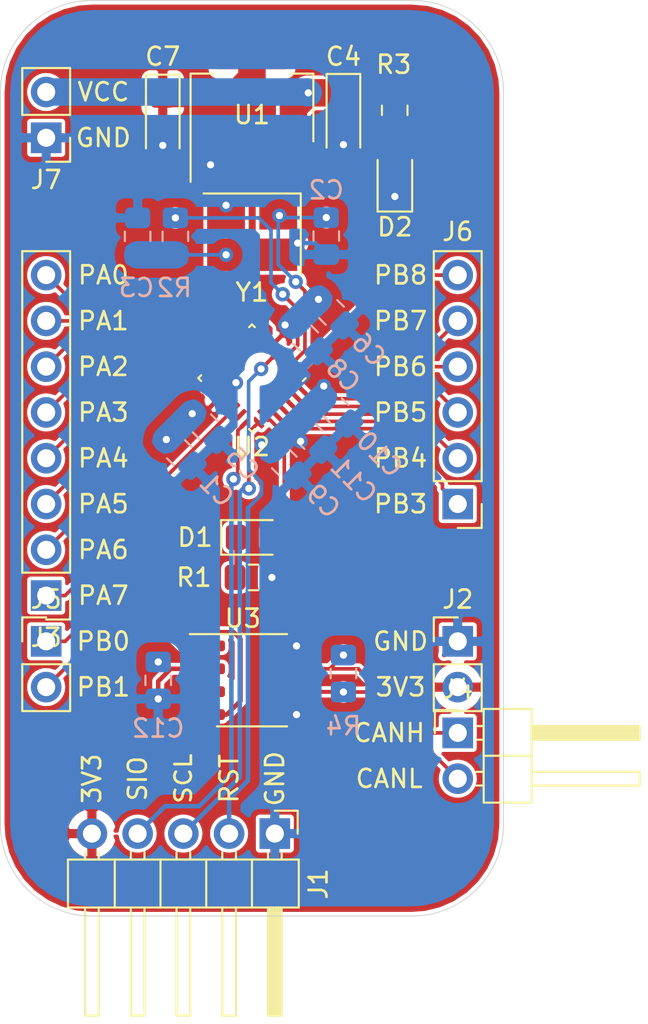
<source format=kicad_pcb>
(kicad_pcb (version 20171130) (host pcbnew "(5.1.4)-1")
  (layers (0 F.Cu signal) (31 B.Cu signal) (34 B.Paste user hide) (35 F.Paste user hide) (36 B.SilkS user) (37 F.SilkS user) (38 B.Mask user) (39 F.Mask user) (44 Edge.Cuts user))
  (net 0 "")
  (net 1 GND)
  (net 2 +3V3)
  (net 3 "Net-(C3-Pad1)")
  (net 4 VCC)
  (net 5 /STATUS_LED)
  (net 6 "Net-(D1-Pad1)")
  (net 7 "Net-(D2-Pad2)")
  (net 8 /NRST)
  (net 9 /SWDIO)
  (net 10 /SWCLK)
  (net 11 /OSC_P)
  (net 12 /OSC_N)
  (net 13 /CAN_TX)
  (net 14 /CAN_RX)
  (net 15 /PA0)
  (net 16 /PA1)
  (net 17 /PA2)
  (net 18 /PA3)
  (net 19 /PA4)
  (net 20 /PA5)
  (net 21 /PA6)
  (net 22 /PA7)
  (net 23 /PB1)
  (net 24 /PB0)
  (net 25 /PB8)
  (net 26 /PB7)
  (net 27 /PB6)
  (net 28 /PB5)
  (net 29 /PB4)
  (net 30 /PB3)
  (net 31 /CAN_N)
  (net 32 /CAN_P)
  (module Connector_PinHeader_2.54mm:PinHeader_1x02_P2.54mm_Vertical (layer F.Cu) (at 127 111.76 180)
    (fp_text reference J7 (at 0 -2.33) (layer F.SilkS))
    (fp_text value Conn_01x02_Male)
    (pad 2 thru_hole oval (at 0 2.54 180) (size 1.7 1.7) (drill 1) (layers *.Cu *.Mask) (net 4 VCC))
    (pad 1 thru_hole rect (at 0 0 180) (size 1.7 1.7) (drill 1) (layers *.Cu *.Mask) (net 1 GND))
  )
  (module Connector_PinHeader_2.54mm:PinHeader_1x02_P2.54mm_Vertical (layer F.Cu) (at 149.86 139.7)
    (fp_text reference J2 (at 0 -2.33) (layer F.SilkS))
    (fp_text value Conn_01x02_Male)
    (pad 2 thru_hole oval (at 0 2.54) (size 1.7 1.7) (drill 1) (layers *.Cu *.Mask) (net 2 +3V3))
    (pad 1 thru_hole rect (at 0 0) (size 1.7 1.7) (drill 1) (layers *.Cu *.Mask) (net 1 GND))
  )
  (module Connector_PinHeader_2.54mm:PinHeader_1x02_P2.54mm_Horizontal (layer F.Cu) (at 149.86 144.78)
    (fp_text reference J4 (at 0 -2.413) (layer F.SilkS))
    (fp_text value Conn_01x02_Male)
    (pad 2 thru_hole oval (at 0 2.54) (size 1.7 1.7) (drill 1) (layers *.Cu *.Mask) (net 31 /CAN_N))
    (pad 1 thru_hole rect (at 0 0) (size 1.7 1.7) (drill 1) (layers *.Cu *.Mask) (net 32 /CAN_P))
  )
  (module Connector_PinHeader_2.54mm:PinHeader_1x05_P2.54mm_Horizontal (layer F.Cu) (at 139.7 150.368 270)
    (fp_text reference J1 (at 2.794 -2.413 90) (layer F.SilkS))
    (fp_text value Conn_01x05_Male)
    (pad 5 thru_hole oval (at 0 10.16 270) (size 1.7 1.7) (drill 1) (layers *.Cu *.Mask) (net 2 +3V3))
    (pad 4 thru_hole oval (at 0 7.62 270) (size 1.7 1.7) (drill 1) (layers *.Cu *.Mask) (net 9 /SWDIO))
    (pad 3 thru_hole oval (at 0 5.08 270) (size 1.7 1.7) (drill 1) (layers *.Cu *.Mask) (net 10 /SWCLK))
    (pad 2 thru_hole oval (at 0 2.54 270) (size 1.7 1.7) (drill 1) (layers *.Cu *.Mask) (net 8 /NRST))
    (pad 1 thru_hole rect (at 0 0 270) (size 1.7 1.7) (drill 1) (layers *.Cu *.Mask) (net 1 GND))
  )
  (module Connector_PinHeader_2.54mm:PinHeader_1x06_P2.54mm_Vertical (layer F.Cu) (at 149.86 132.08 180)
    (fp_text reference J6 (at 0 15.113) (layer F.SilkS))
    (fp_text value Conn_01x06_Male)
    (pad 6 thru_hole oval (at 0 12.7 180) (size 1.7 1.7) (drill 1) (layers *.Cu *.Mask) (net 25 /PB8))
    (pad 5 thru_hole oval (at 0 10.16 180) (size 1.7 1.7) (drill 1) (layers *.Cu *.Mask) (net 26 /PB7))
    (pad 4 thru_hole oval (at 0 7.62 180) (size 1.7 1.7) (drill 1) (layers *.Cu *.Mask) (net 27 /PB6))
    (pad 3 thru_hole oval (at 0 5.08 180) (size 1.7 1.7) (drill 1) (layers *.Cu *.Mask) (net 28 /PB5))
    (pad 2 thru_hole oval (at 0 2.54 180) (size 1.7 1.7) (drill 1) (layers *.Cu *.Mask) (net 29 /PB4))
    (pad 1 thru_hole rect (at 0 0 180) (size 1.7 1.7) (drill 1) (layers *.Cu *.Mask) (net 30 /PB3))
  )
  (module Connector_PinHeader_2.54mm:PinHeader_1x02_P2.54mm_Vertical (layer F.Cu) (at 127 139.7)
    (fp_text reference J5 (at 0 -2.33) (layer F.SilkS))
    (fp_text value Conn_01x02_Male)
    (pad 2 thru_hole oval (at 0 2.54) (size 1.7 1.7) (drill 1) (layers *.Cu *.Mask) (net 23 /PB1))
    (pad 1 thru_hole rect (at 0 0) (size 1.7 1.7) (drill 1) (layers *.Cu *.Mask) (net 24 /PB0))
  )
  (module Connector_PinHeader_2.54mm:PinHeader_1x08_P2.54mm_Vertical (layer F.Cu) (at 127 137.16 180)
    (fp_text reference J3 (at 0 -2.33) (layer F.SilkS))
    (fp_text value Conn_01x08_Male)
    (pad 8 thru_hole oval (at 0 17.78 180) (size 1.7 1.7) (drill 1) (layers *.Cu *.Mask) (net 15 /PA0))
    (pad 7 thru_hole oval (at 0 15.24 180) (size 1.7 1.7) (drill 1) (layers *.Cu *.Mask) (net 16 /PA1))
    (pad 6 thru_hole oval (at 0 12.7 180) (size 1.7 1.7) (drill 1) (layers *.Cu *.Mask) (net 17 /PA2))
    (pad 5 thru_hole oval (at 0 10.16 180) (size 1.7 1.7) (drill 1) (layers *.Cu *.Mask) (net 18 /PA3))
    (pad 4 thru_hole oval (at 0 7.62 180) (size 1.7 1.7) (drill 1) (layers *.Cu *.Mask) (net 19 /PA4))
    (pad 3 thru_hole oval (at 0 5.08 180) (size 1.7 1.7) (drill 1) (layers *.Cu *.Mask) (net 20 /PA5))
    (pad 2 thru_hole oval (at 0 2.54 180) (size 1.7 1.7) (drill 1) (layers *.Cu *.Mask) (net 21 /PA6))
    (pad 1 thru_hole rect (at 0 0 180) (size 1.7 1.7) (drill 1) (layers *.Cu *.Mask) (net 22 /PA7))
  )
  (module Capacitor_SMD:C_0805_2012Metric_Pad1.15x1.40mm_HandSolder (layer B.Cu) (at 133.223 141.868 270)
    (fp_text reference C12 (at 2.658 0) (layer B.SilkS) (effects (justify mirror)))
    (fp_text value 1uF)
    (pad 2 smd roundrect (at 1.025 0 270) (size 1.15 1.4) (layers B.Cu B.Paste B.Mask) (roundrect_rratio 0.217391) (net 1 GND))
    (pad 1 smd roundrect (at -1.025 0 270) (size 1.15 1.4) (layers B.Cu B.Paste B.Mask) (roundrect_rratio 0.217391) (net 2 +3V3))
  )
  (module Resistor_SMD:R_0805_2012Metric_Pad1.15x1.40mm_HandSolder (layer B.Cu) (at 143.51 141.487 90)
    (fp_text reference R4 (at -2.912 0 180) (layer B.SilkS) (effects (justify mirror)))
    (fp_text value 120R)
    (pad 2 smd roundrect (at 1.025 0 90) (size 1.15 1.4) (layers B.Cu B.Paste B.Mask) (roundrect_rratio 0.217391) (net 32 /CAN_P))
    (pad 1 smd roundrect (at -1.025 0 90) (size 1.15 1.4) (layers B.Cu B.Paste B.Mask) (roundrect_rratio 0.217391) (net 31 /CAN_N))
  )
  (module Package_SO:SOIC-8_3.9x4.9mm_P1.27mm (layer F.Cu) (at 138.43 141.859)
    (fp_text reference U3 (at -0.508 -3.429 180) (layer F.SilkS))
    (fp_text value SN65HVD233)
    (pad 1 smd roundrect (at -2.475 -1.905) (size 1.95 0.6) (layers F.Cu F.Paste F.Mask) (net 13 /CAN_TX))
    (pad 2 smd roundrect (at -2.475 -0.635) (size 1.95 0.6) (layers F.Cu F.Paste F.Mask) (net 1 GND))
    (pad 3 smd roundrect (at -2.475 0.635) (size 1.95 0.6) (layers F.Cu F.Paste F.Mask) (net 2 +3V3))
    (pad 4 smd roundrect (at -2.475 1.905) (size 1.95 0.6) (layers F.Cu F.Paste F.Mask) (net 14 /CAN_RX))
    (pad 5 smd roundrect (at 2.475 1.905) (size 1.95 0.6) (layers F.Cu F.Paste F.Mask) (net 1 GND))
    (pad 6 smd roundrect (at 2.475 0.635) (size 1.95 0.6) (layers F.Cu F.Paste F.Mask) (net 31 /CAN_N))
    (pad 7 smd roundrect (at 2.475 -0.635) (size 1.95 0.6) (layers F.Cu F.Paste F.Mask) (net 32 /CAN_P))
    (pad 8 smd roundrect (at 2.475 -1.905) (size 1.95 0.6) (layers F.Cu F.Paste F.Mask) (net 1 GND))
  )
  (module Crystal:Crystal_SMD_3225-4Pin_3.2x2.5mm_HandSoldering (layer F.Cu) (at 138.4405 117.101 180)
    (fp_text reference Y1 (at 0.0105 -3.2315) (layer F.SilkS))
    (fp_text value Crystal_GND24)
    (pad 4 smd rect (at -1.45 -1.15 180) (size 2.1 1.8) (layers F.Cu F.Paste F.Mask) (net 1 GND))
    (pad 3 smd rect (at 1.45 -1.15 180) (size 2.1 1.8) (layers F.Cu F.Paste F.Mask) (net 3 "Net-(C3-Pad1)"))
    (pad 2 smd rect (at 1.45 1.15 180) (size 2.1 1.8) (layers F.Cu F.Paste F.Mask) (net 1 GND))
    (pad 1 smd rect (at -1.45 1.15 180) (size 2.1 1.8) (layers F.Cu F.Paste F.Mask) (net 11 /OSC_P))
  )
  (module Package_TO_SOT_SMD:SOT-223 (layer F.Cu) (at 138.43 110.109 90)
    (fp_text reference U1 (at -0.381 0 180) (layer F.SilkS))
    (fp_text value NCP1117ST33T3G)
    (pad 1 smd rect (at -3.15 -2.3 90) (size 2 1.5) (layers F.Cu F.Paste F.Mask) (net 1 GND))
    (pad 3 smd rect (at -3.15 2.3 90) (size 2 1.5) (layers F.Cu F.Paste F.Mask) (net 4 VCC))
    (pad 2 smd rect (at -3.15 0 90) (size 2 1.5) (layers F.Cu F.Paste F.Mask) (net 2 +3V3))
    (pad 4 smd rect (at 3.15 0 90) (size 2 3.8) (layers F.Cu F.Paste F.Mask) (net 2 +3V3))
  )
  (module Package_DFN_QFN:QFN-28_4x4mm_P0.5mm (layer F.Cu) (at 138.43 125.095 225)
    (fp_text reference U2 (at 2.694077 -2.694077) (layer F.SilkS))
    (fp_text value STM32F042G6Ux)
    (pad 28 smd custom (at -1.5 -1.9975 225) (size 0.136863 0.136863) (layers F.Cu F.Paste F.Mask) (net 26 /PB7) (options (clearance outline) (anchor circle)) (primitives (gr_poly (pts (xy -0.08 -0.3325) (xy 0.08 -0.3325) (xy 0.08 0.3325) (xy 0.05364 0.3325) (xy -0.08 0.19886)) (width 0.09))))
    (pad 27 smd roundrect (at -1 -1.9375 225) (size 0.25 0.875) (layers F.Cu F.Paste F.Mask) (net 27 /PB6))
    (pad 26 smd roundrect (at -0.5 -1.9375 225) (size 0.25 0.875) (layers F.Cu F.Paste F.Mask) (net 28 /PB5))
    (pad 25 smd roundrect (at 0 -1.9375 225) (size 0.25 0.875) (layers F.Cu F.Paste F.Mask) (net 29 /PB4))
    (pad 24 smd roundrect (at 0.5 -1.9375 225) (size 0.25 0.875) (layers F.Cu F.Paste F.Mask) (net 30 /PB3))
    (pad 23 smd roundrect (at 1 -1.9375 225) (size 0.25 0.875) (layers F.Cu F.Paste F.Mask) (net 5 /STATUS_LED))
    (pad 22 smd custom (at 1.5 -1.9975 225) (size 0.136863 0.136863) (layers F.Cu F.Paste F.Mask) (net 10 /SWCLK) (options (clearance outline) (anchor circle)) (primitives (gr_poly (pts (xy -0.08 -0.3325) (xy 0.08 -0.3325) (xy 0.08 0.19886) (xy -0.05364 0.3325) (xy -0.08 0.3325)) (width 0.09))))
    (pad 21 smd custom (at 1.9975 -1.5 225) (size 0.136863 0.136863) (layers F.Cu F.Paste F.Mask) (net 9 /SWDIO) (options (clearance outline) (anchor circle)) (primitives (gr_poly (pts (xy -0.3325 0.05364) (xy -0.19886 -0.08) (xy 0.3325 -0.08) (xy 0.3325 0.08) (xy -0.3325 0.08)) (width 0.09))))
    (pad 20 smd roundrect (at 1.9375 -1 225) (size 0.875 0.25) (layers F.Cu F.Paste F.Mask) (net 14 /CAN_RX))
    (pad 19 smd roundrect (at 1.9375 -0.5 225) (size 0.875 0.25) (layers F.Cu F.Paste F.Mask) (net 13 /CAN_TX))
    (pad 18 smd roundrect (at 1.9375 0 225) (size 0.875 0.25) (layers F.Cu F.Paste F.Mask) (net 2 +3V3))
    (pad 17 smd roundrect (at 1.9375 0.5 225) (size 0.875 0.25) (layers F.Cu F.Paste F.Mask) (net 2 +3V3))
    (pad 16 smd roundrect (at 1.9375 1 225) (size 0.875 0.25) (layers F.Cu F.Paste F.Mask) (net 1 GND))
    (pad 15 smd custom (at 1.9975 1.5 225) (size 0.136863 0.136863) (layers F.Cu F.Paste F.Mask) (net 23 /PB1) (options (clearance outline) (anchor circle)) (primitives (gr_poly (pts (xy -0.3325 -0.08) (xy 0.3325 -0.08) (xy 0.3325 0.08) (xy -0.19886 0.08) (xy -0.3325 -0.05364)) (width 0.09))))
    (pad 14 smd custom (at 1.5 1.9975 225) (size 0.136863 0.136863) (layers F.Cu F.Paste F.Mask) (net 24 /PB0) (options (clearance outline) (anchor circle)) (primitives (gr_poly (pts (xy -0.08 -0.3325) (xy -0.05364 -0.3325) (xy 0.08 -0.19886) (xy 0.08 0.3325) (xy -0.08 0.3325)) (width 0.09))))
    (pad 13 smd roundrect (at 1 1.9375 225) (size 0.25 0.875) (layers F.Cu F.Paste F.Mask) (net 22 /PA7))
    (pad 12 smd roundrect (at 0.5 1.9375 225) (size 0.25 0.875) (layers F.Cu F.Paste F.Mask) (net 21 /PA6))
    (pad 11 smd roundrect (at 0 1.9375 225) (size 0.25 0.875) (layers F.Cu F.Paste F.Mask) (net 20 /PA5))
    (pad 10 smd roundrect (at -0.5 1.9375 225) (size 0.25 0.875) (layers F.Cu F.Paste F.Mask) (net 19 /PA4))
    (pad 9 smd roundrect (at -1 1.9375 225) (size 0.25 0.875) (layers F.Cu F.Paste F.Mask) (net 18 /PA3))
    (pad 8 smd custom (at -1.5 1.9975 225) (size 0.136863 0.136863) (layers F.Cu F.Paste F.Mask) (net 17 /PA2) (options (clearance outline) (anchor circle)) (primitives (gr_poly (pts (xy -0.08 -0.19886) (xy 0.05364 -0.3325) (xy 0.08 -0.3325) (xy 0.08 0.3325) (xy -0.08 0.3325)) (width 0.09))))
    (pad 7 smd custom (at -1.9975 1.5 225) (size 0.136863 0.136863) (layers F.Cu F.Paste F.Mask) (net 16 /PA1) (options (clearance outline) (anchor circle)) (primitives (gr_poly (pts (xy -0.3325 -0.08) (xy 0.3325 -0.08) (xy 0.3325 -0.05364) (xy 0.19886 0.08) (xy -0.3325 0.08)) (width 0.09))))
    (pad 6 smd roundrect (at -1.9375 1 225) (size 0.875 0.25) (layers F.Cu F.Paste F.Mask) (net 15 /PA0))
    (pad 5 smd roundrect (at -1.9375 0.5 225) (size 0.875 0.25) (layers F.Cu F.Paste F.Mask) (net 2 +3V3))
    (pad 4 smd roundrect (at -1.9375 0 225) (size 0.875 0.25) (layers F.Cu F.Paste F.Mask) (net 8 /NRST))
    (pad 3 smd roundrect (at -1.9375 -0.5 225) (size 0.875 0.25) (layers F.Cu F.Paste F.Mask) (net 12 /OSC_N))
    (pad 2 smd roundrect (at -1.9375 -1 225) (size 0.875 0.25) (layers F.Cu F.Paste F.Mask) (net 11 /OSC_P))
    (pad 1 smd custom (at -1.9975 -1.5 225) (size 0.136863 0.136863) (layers F.Cu F.Paste F.Mask) (net 25 /PB8) (options (clearance outline) (anchor circle)) (primitives (gr_poly (pts (xy -0.3325 -0.08) (xy 0.19886 -0.08) (xy 0.3325 0.05364) (xy 0.3325 0.08) (xy -0.3325 0.08)) (width 0.09))))
  )
  (module Resistor_SMD:R_0805_2012Metric_Pad1.15x1.40mm_HandSolder (layer F.Cu) (at 146.358499 110.236 270)
    (fp_text reference R3 (at -2.54 0.054499 180) (layer F.SilkS))
    (fp_text value 270)
    (pad 2 smd roundrect (at 1.025 0 270) (size 1.15 1.4) (layers F.Cu F.Paste F.Mask) (roundrect_rratio 0.217391) (net 7 "Net-(D2-Pad2)"))
    (pad 1 smd roundrect (at -1.025 0 270) (size 1.15 1.4) (layers F.Cu F.Paste F.Mask) (roundrect_rratio 0.217391) (net 2 +3V3))
  )
  (module Resistor_SMD:R_0805_2012Metric_Pad1.15x1.40mm_HandSolder (layer B.Cu) (at 134.1755 117.23 270)
    (fp_text reference R2 (at 2.8485 0.0635) (layer B.SilkS) (effects (justify mirror)))
    (fp_text value 47R)
    (pad 2 smd roundrect (at 1.025 0 270) (size 1.15 1.4) (layers B.Cu B.Paste B.Mask) (roundrect_rratio 0.217391) (net 3 "Net-(C3-Pad1)"))
    (pad 1 smd roundrect (at -1.025 0 270) (size 1.15 1.4) (layers B.Cu B.Paste B.Mask) (roundrect_rratio 0.217391) (net 12 /OSC_N))
  )
  (module Resistor_SMD:R_0805_2012Metric_Pad1.15x1.40mm_HandSolder (layer F.Cu) (at 138.513395 136.154894 180)
    (fp_text reference R1 (at 3.304617 0) (layer F.SilkS))
    (fp_text value 47R)
    (pad 2 smd roundrect (at 1.025 0 180) (size 1.15 1.4) (layers F.Cu F.Paste F.Mask) (roundrect_rratio 0.217391) (net 6 "Net-(D1-Pad1)"))
    (pad 1 smd roundrect (at -1.025 0 180) (size 1.15 1.4) (layers F.Cu F.Paste F.Mask) (roundrect_rratio 0.217391) (net 1 GND))
  )
  (module LED_SMD:LED_0805_2012Metric_Pad1.15x1.40mm_HandSolder (layer F.Cu) (at 146.3675 113.9915 90)
    (fp_text reference D2 (at -2.7215 0) (layer F.SilkS))
    (fp_text value GREEN)
    (pad 2 smd roundrect (at 1.025 0 90) (size 1.15 1.4) (layers F.Cu F.Paste F.Mask) (roundrect_rratio 0.217391) (net 7 "Net-(D2-Pad2)"))
    (pad 1 smd roundrect (at -1.025 0 90) (size 1.15 1.4) (layers F.Cu F.Paste F.Mask) (roundrect_rratio 0.217391) (net 1 GND))
  )
  (module LED_SMD:LED_0805_2012Metric_Pad1.15x1.40mm_HandSolder (layer F.Cu) (at 138.576894 133.932395)
    (fp_text reference D1 (at -3.304617 0) (layer F.SilkS))
    (fp_text value GREEN)
    (pad 2 smd roundrect (at 1.025 0) (size 1.15 1.4) (layers F.Cu F.Paste F.Mask) (roundrect_rratio 0.217391) (net 5 /STATUS_LED))
    (pad 1 smd roundrect (at -1.025 0) (size 1.15 1.4) (layers F.Cu F.Paste F.Mask) (roundrect_rratio 0.217391) (net 6 "Net-(D1-Pad1)"))
  )
  (module Capacitor_SMD:C_0805_2012Metric_Pad1.15x1.40mm_HandSolder (layer B.Cu) (at 141.661362 128.336162 315)
    (fp_text reference C11 (at 3.42 0 315) (layer B.SilkS) (effects (justify mirror)))
    (fp_text value 4.7uF)
    (pad 2 smd roundrect (at 1.025 0 315) (size 1.15 1.4) (layers B.Cu B.Paste B.Mask) (roundrect_rratio 0.217391) (net 1 GND))
    (pad 1 smd roundrect (at -1.025 0 315) (size 1.15 1.4) (layers B.Cu B.Paste B.Mask) (roundrect_rratio 0.217391) (net 2 +3V3))
  )
  (module Capacitor_SMD:C_0805_2012Metric_Pad1.15x1.40mm_HandSolder (layer B.Cu) (at 143.098203 126.899321 315)
    (fp_text reference C10 (at 3.42 0 315) (layer B.SilkS) (effects (justify mirror)))
    (fp_text value 100nF)
    (pad 2 smd roundrect (at 1.025 0 315) (size 1.15 1.4) (layers B.Cu B.Paste B.Mask) (roundrect_rratio 0.217391) (net 1 GND))
    (pad 1 smd roundrect (at -1.025 0 315) (size 1.15 1.4) (layers B.Cu B.Paste B.Mask) (roundrect_rratio 0.217391) (net 2 +3V3))
  )
  (module Capacitor_SMD:C_0805_2012Metric_Pad1.15x1.40mm_HandSolder (layer B.Cu) (at 140.224521 129.773003 315)
    (fp_text reference C9 (at 3.039 0 315) (layer B.SilkS) (effects (justify mirror)))
    (fp_text value 100nF)
    (pad 2 smd roundrect (at 1.025 0 315) (size 1.15 1.4) (layers B.Cu B.Paste B.Mask) (roundrect_rratio 0.217391) (net 1 GND))
    (pad 1 smd roundrect (at -1.025 0 315) (size 1.15 1.4) (layers B.Cu B.Paste B.Mask) (roundrect_rratio 0.217391) (net 2 +3V3))
  )
  (module Capacitor_SMD:C_0805_2012Metric_Pad1.15x1.40mm_HandSolder (layer B.Cu) (at 141.4145 122.8725 315)
    (fp_text reference C8 (at 2.93 0 315) (layer B.SilkS) (effects (justify mirror)))
    (fp_text value 1uF)
    (pad 2 smd roundrect (at 1.025 0 315) (size 1.15 1.4) (layers B.Cu B.Paste B.Mask) (roundrect_rratio 0.217391) (net 1 GND))
    (pad 1 smd roundrect (at -1.025 0 315) (size 1.15 1.4) (layers B.Cu B.Paste B.Mask) (roundrect_rratio 0.217391) (net 2 +3V3))
  )
  (module Capacitor_Tantalum_SMD:CP_EIA-3216-18_Kemet-A_Pad1.58x1.35mm_HandSolder (layer F.Cu) (at 133.477 110.744 270)
    (fp_text reference C7 (at -3.4925 0 180) (layer F.SilkS))
    (fp_text value 10uF)
    (pad 2 smd roundrect (at 1.4375 0 270) (size 1.575 1.35) (layers F.Cu F.Paste F.Mask) (roundrect_rratio 0.185185) (net 1 GND))
    (pad 1 smd roundrect (at -1.4375 0 270) (size 1.575 1.35) (layers F.Cu F.Paste F.Mask) (roundrect_rratio 0.185185) (net 2 +3V3))
  )
  (module Capacitor_SMD:C_0805_2012Metric_Pad1.15x1.40mm_HandSolder (layer B.Cu) (at 142.848716 121.449216 315)
    (fp_text reference C6 (at 2.93 0 315) (layer B.SilkS) (effects (justify mirror)))
    (fp_text value 10nF)
    (pad 2 smd roundrect (at 1.025 0 315) (size 1.15 1.4) (layers B.Cu B.Paste B.Mask) (roundrect_rratio 0.217391) (net 1 GND))
    (pad 1 smd roundrect (at -1.025 0 315) (size 1.15 1.4) (layers B.Cu B.Paste B.Mask) (roundrect_rratio 0.217391) (net 2 +3V3))
  )
  (module Capacitor_SMD:C_0805_2012Metric_Pad1.15x1.40mm_HandSolder (layer B.Cu) (at 135.836055 127.79257 315)
    (fp_text reference C5 (at 2.93 0 315) (layer B.SilkS) (effects (justify mirror)))
    (fp_text value 4.7uF)
    (pad 2 smd roundrect (at 1.025 0 315) (size 1.15 1.4) (layers B.Cu B.Paste B.Mask) (roundrect_rratio 0.217391) (net 1 GND))
    (pad 1 smd roundrect (at -1.025 0 315) (size 1.15 1.4) (layers B.Cu B.Paste B.Mask) (roundrect_rratio 0.217391) (net 2 +3V3))
  )
  (module Capacitor_Tantalum_SMD:CP_EIA-3216-18_Kemet-A_Pad1.58x1.35mm_HandSolder (layer F.Cu) (at 143.51 110.7035 270)
    (fp_text reference C4 (at -3.452 0 180) (layer F.SilkS))
    (fp_text value 10uF)
    (pad 2 smd roundrect (at 1.4375 0 270) (size 1.575 1.35) (layers F.Cu F.Paste F.Mask) (roundrect_rratio 0.185185) (net 1 GND))
    (pad 1 smd roundrect (at -1.4375 0 270) (size 1.575 1.35) (layers F.Cu F.Paste F.Mask) (roundrect_rratio 0.185185) (net 4 VCC))
  )
  (module Capacitor_SMD:C_0805_2012Metric_Pad1.15x1.40mm_HandSolder (layer B.Cu) (at 132.08 117.23 90)
    (fp_text reference C3 (at -2.8485 -0.0635 180) (layer B.SilkS) (effects (justify mirror)))
    (fp_text value 12pF)
    (pad 2 smd roundrect (at 1.025 0 90) (size 1.15 1.4) (layers B.Cu B.Paste B.Mask) (roundrect_rratio 0.217391) (net 1 GND))
    (pad 1 smd roundrect (at -1.025 0 90) (size 1.15 1.4) (layers B.Cu B.Paste B.Mask) (roundrect_rratio 0.217391) (net 3 "Net-(C3-Pad1)"))
  )
  (module Capacitor_SMD:C_0805_2012Metric_Pad1.15x1.40mm_HandSolder (layer B.Cu) (at 142.5575 117.212 270)
    (fp_text reference C2 (at -2.549 0 180) (layer B.SilkS) (effects (justify mirror)))
    (fp_text value 12pF)
    (pad 2 smd roundrect (at 1.025 0 270) (size 1.15 1.4) (layers B.Cu B.Paste B.Mask) (roundrect_rratio 0.217391) (net 1 GND))
    (pad 1 smd roundrect (at -1.025 0 270) (size 1.15 1.4) (layers B.Cu B.Paste B.Mask) (roundrect_rratio 0.217391) (net 11 /OSC_P))
  )
  (module Capacitor_SMD:C_0805_2012Metric_Pad1.15x1.40mm_HandSolder (layer B.Cu) (at 134.399214 129.229411 315)
    (fp_text reference C1 (at 2.93 0 315) (layer B.SilkS) (effects (justify mirror)))
    (fp_text value 100nF)
    (pad 2 smd roundrect (at 1.025 0 315) (size 1.15 1.4) (layers B.Cu B.Paste B.Mask) (roundrect_rratio 0.217391) (net 1 GND))
    (pad 1 smd roundrect (at -1.025 0 315) (size 1.15 1.4) (layers B.Cu B.Paste B.Mask) (roundrect_rratio 0.217391) (net 2 +3V3))
  )
  (gr_text GND (at 139.7 147.32 90) (layer F.SilkS) (effects (font (size 1 1))))
  (gr_text RST (at 137.16 147.32 90) (layer F.SilkS) (effects (font (size 1 1))))
  (gr_text SCL (at 134.62 147.32 90) (layer F.SilkS) (effects (font (size 0.9144 1) (thickness 0.1524))))
  (gr_text SIO (at 132.08 147.32 90) (layer F.SilkS) (effects (font (size 1 1))))
  (gr_text 3V3 (at 129.54 147.32 90) (layer F.SilkS) (effects (font (size 1 1))))
  (gr_text GND (at 130.175 111.76) (layer F.SilkS) (effects (font (size 1 1))))
  (gr_text VCC (at 130.175 109.22) (layer F.SilkS) (effects (font (size 1 1))))
  (gr_text CANL (at 146.05 147.32) (layer F.SilkS) (effects (font (size 1 1))))
  (gr_text CANH (at 146.05 144.78) (layer F.SilkS) (effects (font (size 1 1))))
  (gr_text 3V3 (at 146.685 142.24) (layer F.SilkS) (effects (font (size 1 1))))
  (gr_text GND (at 146.685 139.7) (layer F.SilkS) (effects (font (size 1 1))))
  (gr_text PB3 (at 146.685 132.08) (layer F.SilkS) (effects (font (size 1 1))))
  (gr_text PB4 (at 146.685 129.54) (layer F.SilkS) (effects (font (size 1 1))))
  (gr_text PB5 (at 146.685 127) (layer F.SilkS) (effects (font (size 1 1))))
  (gr_text PB6 (at 146.685 124.46) (layer F.SilkS) (effects (font (size 1 1))))
  (gr_text PB7 (at 146.685 121.92) (layer F.SilkS) (effects (font (size 1 1))))
  (gr_text PB8 (at 146.685 119.38) (layer F.SilkS) (effects (font (size 1 1))))
  (gr_text PA0 (at 130.175 119.38) (layer F.SilkS) (effects (font (size 1 1))))
  (gr_text PA1 (at 130.175 121.92) (layer F.SilkS) (effects (font (size 1 1))))
  (gr_text PA2 (at 130.175 124.46) (layer F.SilkS) (effects (font (size 1 1))))
  (gr_text PA3 (at 130.175 127) (layer F.SilkS) (effects (font (size 1 1))))
  (gr_text PA4 (at 130.175 129.54) (layer F.SilkS) (effects (font (size 1 1))))
  (gr_text PA5 (at 130.175 132.08) (layer F.SilkS) (effects (font (size 1 1))))
  (gr_text PA6 (at 130.175 134.62) (layer F.SilkS) (effects (font (size 1 1))))
  (gr_text PA7 (at 130.175 137.16) (layer F.SilkS) (effects (font (size 1 1))))
  (gr_text PB1 (at 130.175 142.24) (layer F.SilkS) (effects (font (size 1 1))))
  (gr_text PB0 (at 130.175 139.7) (layer F.SilkS) (effects (font (size 1 1))))
  (gr_line (start 129.54 104.14) (end 147.32 104.14) (layer Edge.Cuts) (width 0.05))
  (gr_line (start 124.46 149.86) (end 124.46 109.22) (layer Edge.Cuts) (width 0.05))
  (gr_line (start 147.32 154.94) (end 129.54 154.94) (layer Edge.Cuts) (width 0.05))
  (gr_line (start 152.4 109.22) (end 152.4 149.86) (layer Edge.Cuts) (width 0.05))
  (gr_arc (start 147.32 149.86) (end 147.32 154.94) (angle -90) (layer Edge.Cuts) (width 0.05))
  (gr_arc (start 129.54 149.86) (end 124.46 149.86) (angle -90) (layer Edge.Cuts) (width 0.05))
  (gr_arc (start 147.32 109.22) (end 152.4 109.22) (angle -90) (layer Edge.Cuts) (width 0.05))
  (gr_arc (start 129.54 109.22) (end 129.54 104.14) (angle -90) (layer Edge.Cuts) (width 0.05))
  (segment (start 135.0525 112.1815) (end 136.13 113.259) (width 1.524) (layer F.Cu) (net 1))
  (segment (start 133.477 112.1815) (end 135.0525 112.1815) (width 1.524) (layer F.Cu) (net 1))
  (via (at 137.541 125.349) (size 0.8) (drill 0.4) (layers F.Cu B.Cu) (net 1))
  (segment (start 136.352874 125.757913) (end 136.761787 125.349) (width 0.2032) (layer F.Cu) (net 1))
  (segment (start 136.761787 125.349) (end 137.541 125.349) (width 0.2032) (layer F.Cu) (net 1))
  (via (at 140.905 139.954) (size 0.8) (drill 0.4) (layers F.Cu B.Cu) (net 1))
  (via (at 139.538395 136.154894) (size 0.8) (drill 0.4) (layers F.Cu B.Cu) (net 1))
  (via (at 140.905 143.764) (size 0.8) (drill 0.4) (layers F.Cu B.Cu) (net 1))
  (via (at 140.97 117.602) (size 0.8) (drill 0.4) (layers F.Cu B.Cu) (net 1))
  (via (at 136.9905 115.5034) (size 0.8) (drill 0.4) (layers F.Cu B.Cu) (net 1))
  (segment (start 136.9905 115.951) (end 136.9905 115.5034) (width 0.2032) (layer F.Cu) (net 1))
  (via (at 136.13 113.259) (size 0.8) (drill 0.4) (layers F.Cu B.Cu) (net 1))
  (via (at 133.477 112.1815) (size 0.8) (drill 0.4) (layers F.Cu B.Cu) (net 1))
  (via (at 143.51 112.141) (size 0.8) (drill 0.4) (layers F.Cu B.Cu) (net 1))
  (segment (start 136.13 114.6429) (end 136.9905 115.5034) (width 1.524) (layer F.Cu) (net 1))
  (segment (start 136.13 113.259) (end 136.13 114.6429) (width 1.524) (layer F.Cu) (net 1))
  (segment (start 141.9225 117.602) (end 142.5575 118.237) (width 0.25) (layer B.Cu) (net 1))
  (segment (start 140.97 117.602) (end 141.9225 117.602) (width 0.25) (layer B.Cu) (net 1))
  (segment (start 140.5395 117.602) (end 139.8905 118.251) (width 0.25) (layer F.Cu) (net 1))
  (segment (start 140.97 117.602) (end 140.5395 117.602) (width 0.25) (layer F.Cu) (net 1))
  (segment (start 133.477 109.3065) (end 137.5815 109.3065) (width 1.524) (layer F.Cu) (net 2))
  (segment (start 138.43 108.458) (end 138.43 106.959) (width 1.524) (layer F.Cu) (net 2))
  (segment (start 137.5815 109.3065) (end 138.43 108.458) (width 1.524) (layer F.Cu) (net 2))
  (segment (start 138.43 110.155) (end 138.43 113.259) (width 1.524) (layer F.Cu) (net 2))
  (segment (start 137.5815 109.3065) (end 138.43 110.155) (width 1.524) (layer F.Cu) (net 2))
  (via (at 138.97619 128.798746) (size 0.8) (drill 0.4) (layers F.Cu B.Cu) (net 2))
  (segment (start 139.499737 129.048219) (end 139.225663 129.048219) (width 0.2032) (layer B.Cu) (net 2))
  (segment (start 139.225663 129.048219) (end 138.97619 128.798746) (width 0.2032) (layer B.Cu) (net 2))
  (via (at 141.132874 128.603239) (size 0.8) (drill 0.4) (layers F.Cu B.Cu) (net 2))
  (segment (start 140.936578 127.611378) (end 140.936578 128.406943) (width 0.2032) (layer B.Cu) (net 2))
  (segment (start 140.936578 128.406943) (end 141.132874 128.603239) (width 0.2032) (layer B.Cu) (net 2))
  (via (at 142.418167 125.5364) (size 0.8) (drill 0.4) (layers F.Cu B.Cu) (net 2))
  (segment (start 142.373419 126.174537) (end 142.373419 125.581148) (width 0.2032) (layer B.Cu) (net 2))
  (segment (start 142.373419 125.581148) (end 142.418167 125.5364) (width 0.2032) (layer B.Cu) (net 2))
  (via (at 142.123932 120.724432) (size 0.8) (drill 0.4) (layers F.Cu B.Cu) (net 2))
  (via (at 140.2684 122.147716) (size 0.8) (drill 0.4) (layers F.Cu B.Cu) (net 2))
  (segment (start 140.689716 122.147716) (end 140.2684 122.147716) (width 0.2032) (layer B.Cu) (net 2))
  (segment (start 133.223 142.893) (end 133.5436 142.893) (width 0.2032) (layer B.Cu) (net 1))
  (segment (start 133.5436 142.893) (end 133.570907 142.865693) (width 0.2032) (layer B.Cu) (net 1))
  (segment (start 140.2684 122.549493) (end 139.446466 123.371427) (width 0.2032) (layer F.Cu) (net 2))
  (segment (start 140.2684 122.147716) (end 140.2684 122.549493) (width 0.2032) (layer F.Cu) (net 2))
  (segment (start 135.111271 127.067786) (end 136.457214 127.067786) (width 0.2032) (layer F.Cu) (net 2))
  (segment (start 136.457214 127.067786) (end 137.059981 126.465019) (width 0.2032) (layer F.Cu) (net 2))
  (segment (start 135.750107 127.067786) (end 136.706427 126.111466) (width 0.25) (layer F.Cu) (net 2))
  (segment (start 135.111271 127.067786) (end 135.750107 127.067786) (width 0.25) (layer F.Cu) (net 2))
  (segment (start 139.499737 129.048219) (end 142.373419 126.174537) (width 1.524) (layer B.Cu) (net 2))
  (segment (start 133.67443 128.504627) (end 135.111271 127.067786) (width 1.524) (layer B.Cu) (net 2))
  (via (at 135.111271 127.067786) (size 0.8) (drill 0.4) (layers F.Cu B.Cu) (net 2))
  (via (at 133.67443 128.504627) (size 0.8) (drill 0.4) (layers F.Cu B.Cu) (net 2))
  (segment (start 140.700648 122.147716) (end 142.123932 120.724432) (width 1.524) (layer B.Cu) (net 2))
  (segment (start 140.689716 122.147716) (end 140.700648 122.147716) (width 1.524) (layer B.Cu) (net 2))
  (via (at 133.223 140.843) (size 0.8) (drill 0.4) (layers F.Cu B.Cu) (net 2))
  (via (at 136.9905 118.251) (size 0.8) (drill 0.4) (layers F.Cu B.Cu) (net 3))
  (segment (start 136.9865 118.255) (end 136.9905 118.251) (width 0.2032) (layer B.Cu) (net 3))
  (segment (start 134.1755 118.255) (end 136.9865 118.255) (width 0.2032) (layer B.Cu) (net 3))
  (segment (start 134.1755 118.255) (end 132.08 118.255) (width 1.524) (layer B.Cu) (net 3))
  (segment (start 143.51 109.266) (end 141.559 109.266) (width 1.524) (layer F.Cu) (net 4))
  (segment (start 140.73 110.095) (end 140.73 113.259) (width 1.524) (layer F.Cu) (net 4))
  (segment (start 141.559 109.266) (end 140.73 110.095) (width 1.524) (layer F.Cu) (net 4))
  (segment (start 139.193873 127.172126) (end 139.092913 127.172126) (width 0.2032) (layer F.Cu) (net 5))
  (segment (start 140.225266 128.203519) (end 139.193873 127.172126) (width 0.2032) (layer F.Cu) (net 5))
  (segment (start 139.601894 133.932395) (end 140.225266 133.309023) (width 0.2032) (layer F.Cu) (net 5))
  (segment (start 140.225266 133.309023) (end 140.225266 128.203519) (width 0.2032) (layer F.Cu) (net 5))
  (segment (start 137.551894 136.091395) (end 137.488393 136.154895) (width 0.2032) (layer F.Cu) (net 6))
  (segment (start 137.551894 133.932396) (end 137.551894 136.091395) (width 0.2032) (layer F.Cu) (net 6))
  (segment (start 137.64579 128.00053) (end 137.64579 130.596015) (width 0.2032) (layer F.Cu) (net 9))
  (segment (start 138.078214 127.568106) (end 137.64579 128.00053) (width 0.2032) (layer F.Cu) (net 9))
  (segment (start 137.64579 130.596015) (end 137.700388 130.650613) (width 0.2032) (layer F.Cu) (net 9))
  (via (at 137.400805 130.697491) (size 0.8) (drill 0.4) (layers F.Cu B.Cu) (net 9))
  (segment (start 137.64579 130.596015) (end 137.502281 130.596015) (width 0.2032) (layer F.Cu) (net 9))
  (segment (start 137.502281 130.596015) (end 137.400805 130.697491) (width 0.2032) (layer F.Cu) (net 9))
  (via (at 138.255425 131.216749) (size 0.8) (drill 0.4) (layers F.Cu B.Cu) (net 10))
  (segment (start 138.255425 128.094467) (end 138.781786 127.568106) (width 0.2032) (layer F.Cu) (net 10))
  (segment (start 138.255425 131.216749) (end 138.255425 128.094467) (width 0.2032) (layer F.Cu) (net 10))
  (segment (start 149.86 119.38) (end 148.657919 119.38) (width 0.2032) (layer F.Cu) (net 25))
  (segment (start 140.903106 124.743214) (end 141.80764 123.83868) (width 0.254) (layer F.Cu) (net 25))
  (segment (start 146.26632 119.38) (end 149.86 119.38) (width 0.2032) (layer F.Cu) (net 25))
  (segment (start 141.80764 123.83868) (end 146.26632 119.38) (width 0.2032) (layer F.Cu) (net 25))
  (segment (start 140.903106 125.446786) (end 141.69432 126.238) (width 0.254) (layer F.Cu) (net 26))
  (segment (start 145.542 126.238) (end 149.86 121.92) (width 0.2032) (layer F.Cu) (net 26))
  (segment (start 141.69432 126.238) (end 145.542 126.238) (width 0.2032) (layer F.Cu) (net 26))
  (segment (start 149.86 124.46) (end 147.890224 124.46) (width 0.2032) (layer F.Cu) (net 27))
  (segment (start 145.683615 126.666609) (end 141.398609 126.666609) (width 0.2032) (layer F.Cu) (net 27))
  (segment (start 147.890224 124.46) (end 145.683615 126.666609) (width 0.2032) (layer F.Cu) (net 27))
  (segment (start 141.398609 126.649396) (end 140.507126 125.757913) (width 0.254) (layer F.Cu) (net 27))
  (segment (start 141.398609 126.666609) (end 141.398609 126.649396) (width 0.254) (layer F.Cu) (net 27))
  (segment (start 140.153573 126.111466) (end 140.97 126.927893) (width 0.254) (layer F.Cu) (net 28))
  (segment (start 149.86 127) (end 148.398224 125.538224) (width 0.2032) (layer F.Cu) (net 28))
  (segment (start 148.398224 125.538224) (end 147.382224 125.538224) (width 0.2032) (layer F.Cu) (net 28))
  (segment (start 141.137326 127.095219) (end 140.97 126.927893) (width 0.2032) (layer F.Cu) (net 28))
  (segment (start 145.825229 127.095219) (end 141.137326 127.095219) (width 0.2032) (layer F.Cu) (net 28))
  (segment (start 147.382224 125.538224) (end 145.825229 127.095219) (width 0.2032) (layer F.Cu) (net 28))
  (segment (start 139.800019 126.465019) (end 140.61998 127.28498) (width 0.254) (layer F.Cu) (net 29))
  (segment (start 140.720941 127.28498) (end 140.61998 127.28498) (width 0.2032) (layer F.Cu) (net 29))
  (segment (start 140.93439 127.498429) (end 140.720941 127.28498) (width 0.2032) (layer F.Cu) (net 29))
  (segment (start 147.818429 127.498429) (end 140.93439 127.498429) (width 0.2032) (layer F.Cu) (net 29))
  (segment (start 149.86 129.54) (end 147.818429 127.498429) (width 0.2032) (layer F.Cu) (net 29))
  (segment (start 149.010001 130.976001) (end 145.935639 127.901639) (width 0.2032) (layer F.Cu) (net 30))
  (segment (start 149.86 132.08) (end 149.010001 131.230001) (width 0.2032) (layer F.Cu) (net 30))
  (segment (start 149.010001 131.230001) (end 149.010001 130.976001) (width 0.2032) (layer F.Cu) (net 30))
  (segment (start 140.630493 127.901639) (end 140.442443 127.713589) (width 0.2032) (layer F.Cu) (net 30))
  (segment (start 145.935639 127.901639) (end 140.630493 127.901639) (width 0.2032) (layer F.Cu) (net 30))
  (segment (start 140.442443 127.713589) (end 140.349427 127.620573) (width 0.2032) (layer F.Cu) (net 30))
  (segment (start 140.359442 127.731549) (end 140.424483 127.731549) (width 0.254) (layer F.Cu) (net 30))
  (segment (start 139.446466 126.818573) (end 140.359442 127.731549) (width 0.254) (layer F.Cu) (net 30))
  (segment (start 127 124.46) (end 130.423581 121.036419) (width 0.2032) (layer F.Cu) (net 17))
  (segment (start 136.492739 121.036419) (end 138.078214 122.621894) (width 0.2032) (layer F.Cu) (net 17))
  (segment (start 130.423581 121.036419) (end 136.492739 121.036419) (width 0.2032) (layer F.Cu) (net 17))
  (segment (start 137.767087 123.017874) (end 136.188842 121.439629) (width 0.2032) (layer F.Cu) (net 18))
  (segment (start 136.188842 121.439629) (end 130.590595 121.439629) (width 0.2032) (layer F.Cu) (net 18))
  (segment (start 130.590595 121.439629) (end 128.905 123.125224) (width 0.2032) (layer F.Cu) (net 18))
  (segment (start 128.905 125.095) (end 127 127) (width 0.2032) (layer F.Cu) (net 18))
  (segment (start 128.905 123.125224) (end 128.905 125.095) (width 0.2032) (layer F.Cu) (net 18))
  (segment (start 137.413534 123.371427) (end 135.884946 121.842839) (width 0.2032) (layer F.Cu) (net 19))
  (segment (start 130.757609 121.842839) (end 129.30821 123.292238) (width 0.2032) (layer F.Cu) (net 19))
  (segment (start 135.884946 121.842839) (end 130.757609 121.842839) (width 0.2032) (layer F.Cu) (net 19))
  (segment (start 129.30821 127.23179) (end 127 129.54) (width 0.2032) (layer F.Cu) (net 19))
  (segment (start 129.30821 123.292238) (end 129.30821 127.23179) (width 0.2032) (layer F.Cu) (net 19))
  (segment (start 135.581049 122.246049) (end 137.059981 123.724981) (width 0.2032) (layer F.Cu) (net 20))
  (segment (start 130.924623 122.246049) (end 135.581049 122.246049) (width 0.2032) (layer F.Cu) (net 20))
  (segment (start 129.71142 123.459252) (end 130.924623 122.246049) (width 0.2032) (layer F.Cu) (net 20))
  (segment (start 127 132.08) (end 129.71142 129.36858) (width 0.2032) (layer F.Cu) (net 20))
  (segment (start 129.71142 129.36858) (end 129.71142 123.459252) (width 0.2032) (layer F.Cu) (net 20))
  (segment (start 136.706427 124.078534) (end 135.277152 122.649259) (width 0.2032) (layer F.Cu) (net 21))
  (segment (start 135.277152 122.649259) (end 131.091637 122.649259) (width 0.2032) (layer F.Cu) (net 21))
  (segment (start 131.091637 122.649259) (end 130.11463 123.626266) (width 0.2032) (layer F.Cu) (net 21))
  (segment (start 130.11463 131.50537) (end 127 134.62) (width 0.2032) (layer F.Cu) (net 21))
  (segment (start 130.11463 123.626266) (end 130.11463 131.50537) (width 0.2032) (layer F.Cu) (net 21))
  (segment (start 135.972805 124.034805) (end 134.990469 123.052469) (width 0.2032) (layer F.Cu) (net 22))
  (segment (start 136.352874 124.432087) (end 135.972805 124.052018) (width 0.2032) (layer F.Cu) (net 22))
  (segment (start 135.972805 124.052018) (end 135.972805 124.034805) (width 0.2032) (layer F.Cu) (net 22))
  (segment (start 134.990469 123.052469) (end 131.258651 123.052469) (width 0.2032) (layer F.Cu) (net 22))
  (segment (start 131.258651 123.052469) (end 130.51784 123.79328) (width 0.2032) (layer F.Cu) (net 22))
  (segment (start 128.0532 137.16) (end 127 137.16) (width 0.2032) (layer F.Cu) (net 22))
  (segment (start 130.51784 134.69536) (end 128.0532 137.16) (width 0.2032) (layer F.Cu) (net 22))
  (segment (start 130.51784 123.79328) (end 130.51784 134.69536) (width 0.2032) (layer F.Cu) (net 22))
  (via (at 140.860136 119.751) (size 0.8) (drill 0.4) (layers F.Cu B.Cu) (net 11))
  (segment (start 141.37321 120.264074) (end 140.860136 119.751) (width 0.2032) (layer F.Cu) (net 11))
  (segment (start 140.507126 124.432087) (end 141.37321 123.566003) (width 0.2032) (layer F.Cu) (net 11))
  (segment (start 141.37321 123.566003) (end 141.37321 120.264074) (width 0.2032) (layer F.Cu) (net 11))
  (segment (start 140.860136 119.751) (end 139.8905 118.781364) (width 0.2032) (layer B.Cu) (net 11))
  (via (at 139.954 116.078) (size 0.8) (drill 0.4) (layers F.Cu B.Cu) (net 11))
  (segment (start 139.8905 118.781364) (end 139.8905 116.1415) (width 0.2032) (layer B.Cu) (net 11))
  (segment (start 139.8905 116.1415) (end 139.954 116.078) (width 0.2032) (layer B.Cu) (net 11))
  (via (at 142.5575 116.187) (size 0.8) (drill 0.4) (layers F.Cu B.Cu) (net 11))
  (segment (start 140.063 116.187) (end 139.954 116.078) (width 0.2032) (layer B.Cu) (net 11))
  (segment (start 142.5575 116.187) (end 140.063 116.187) (width 0.2032) (layer B.Cu) (net 11))
  (segment (start 134.1755 116.205) (end 138.557 116.205) (width 0.2032) (layer B.Cu) (net 12))
  (via (at 140.137949 120.442701) (size 0.8) (drill 0.4) (layers F.Cu B.Cu) (net 12))
  (via (at 134.1755 116.205) (size 0.8) (drill 0.4) (layers F.Cu B.Cu) (net 12))
  (segment (start 138.557 116.205) (end 138.811 116.205) (width 0.2032) (layer B.Cu) (net 12))
  (segment (start 139.48729 116.88129) (end 139.48729 119.792042) (width 0.2032) (layer B.Cu) (net 12))
  (segment (start 139.48729 119.792042) (end 140.137949 120.442701) (width 0.2032) (layer B.Cu) (net 12))
  (segment (start 138.811 116.205) (end 139.48729 116.88129) (width 0.2032) (layer B.Cu) (net 12))
  (segment (start 140.97 121.274752) (end 140.137949 120.442701) (width 0.2032) (layer F.Cu) (net 12))
  (segment (start 140.97 123.262107) (end 140.97 121.274752) (width 0.2032) (layer F.Cu) (net 12))
  (segment (start 140.153573 124.078534) (end 140.97 123.262107) (width 0.2032) (layer F.Cu) (net 12))
  (segment (start 135.955 139.954) (end 134.493 139.954) (width 0.2032) (layer F.Cu) (net 13))
  (segment (start 134.493 139.954) (end 132.715 138.176) (width 0.2032) (layer F.Cu) (net 13))
  (segment (start 132.715 131.517107) (end 137.413534 126.818573) (width 0.2032) (layer F.Cu) (net 13))
  (segment (start 132.715 138.176) (end 132.715 131.517107) (width 0.2032) (layer F.Cu) (net 13))
  (segment (start 133.14161 131.797603) (end 137.767087 127.172126) (width 0.25) (layer F.Cu) (net 14))
  (segment (start 133.14161 137.999294) (end 133.14161 131.797603) (width 0.25) (layer F.Cu) (net 14))
  (segment (start 135.955 143.764) (end 137.03 143.764) (width 0.25) (layer F.Cu) (net 14))
  (segment (start 137.03 143.764) (end 137.795 142.999) (width 0.25) (layer F.Cu) (net 14))
  (segment (start 137.795 142.999) (end 137.795 139.573) (width 0.25) (layer F.Cu) (net 14))
  (segment (start 137.795 139.573) (end 137.414 139.192) (width 0.25) (layer F.Cu) (net 14))
  (segment (start 137.414 139.192) (end 134.334316 139.192) (width 0.25) (layer F.Cu) (net 14))
  (segment (start 134.334316 139.192) (end 133.14161 137.999294) (width 0.25) (layer F.Cu) (net 14))
  (segment (start 131.324259 137.915741) (end 131.32426 136.999165) (width 0.2032) (layer F.Cu) (net 23))
  (segment (start 127 142.24) (end 131.324259 137.915741) (width 0.2032) (layer F.Cu) (net 23))
  (segment (start 134.669359 123.455679) (end 131.425665 123.455679) (width 0.2032) (layer F.Cu) (net 24))
  (segment (start 131.425665 123.455679) (end 130.92105 123.960294) (width 0.2032) (layer F.Cu) (net 24))
  (segment (start 128.0532 139.7) (end 127 139.7) (width 0.2032) (layer F.Cu) (net 24))
  (segment (start 130.92105 136.83215) (end 128.0532 139.7) (width 0.2032) (layer F.Cu) (net 24))
  (segment (start 130.92105 123.960294) (end 130.92105 136.83215) (width 0.2032) (layer F.Cu) (net 24))
  (via (at 143.51 142.512) (size 0.8) (drill 0.4) (layers F.Cu B.Cu) (net 31))
  (segment (start 140.905 142.494) (end 142.857 142.494) (width 0.2032) (layer F.Cu) (net 31))
  (segment (start 142.857 142.494) (end 142.875 142.512) (width 0.2032) (layer F.Cu) (net 31))
  (segment (start 149.588 142.512) (end 149.86 142.24) (width 0.2032) (layer F.Cu) (net 2))
  (segment (start 149.098 140.462) (end 149.86 139.7) (width 0.25) (layer F.Cu) (net 1))
  (via (at 146.3675 115.0165) (size 0.8) (drill 0.4) (layers F.Cu B.Cu) (net 1))
  (via (at 133.223 142.893) (size 0.8) (drill 0.4) (layers F.Cu B.Cu) (net 1))
  (segment (start 133.917962 141.224) (end 135.955 141.224) (width 0.254) (layer F.Cu) (net 1))
  (segment (start 133.223 142.893) (end 133.223 141.918962) (width 0.254) (layer F.Cu) (net 1))
  (segment (start 133.223 141.918962) (end 133.917962 141.224) (width 0.254) (layer F.Cu) (net 1))
  (via (at 141.559 109.266) (size 0.8) (drill 0.4) (layers F.Cu B.Cu) (net 4))
  (segment (start 127 109.22) (end 141.513 109.22) (width 1.524) (layer B.Cu) (net 4))
  (segment (start 141.513 109.22) (end 141.559 109.266) (width 1.524) (layer B.Cu) (net 4))
  (segment (start 146.3675 111.270001) (end 146.358499 111.261) (width 1.524) (layer F.Cu) (net 7))
  (segment (start 146.3675 112.9665) (end 146.3675 111.270001) (width 1.524) (layer F.Cu) (net 7))
  (segment (start 138.938 124.587) (end 139.800019 123.724981) (width 0.2032) (layer F.Cu) (net 8))
  (via (at 138.938 124.587) (size 0.8) (drill 0.4) (layers F.Cu B.Cu) (net 8))
  (segment (start 138.242601 125.282399) (end 138.242601 130.165555) (width 0.2032) (layer B.Cu) (net 8))
  (segment (start 138.938 124.587) (end 138.242601 125.282399) (width 0.2032) (layer B.Cu) (net 8))
  (segment (start 138.242601 130.165555) (end 138.957026 130.87998) (width 0.2032) (layer B.Cu) (net 8))
  (segment (start 138.957026 130.87998) (end 138.957026 131.553518) (width 0.2032) (layer B.Cu) (net 8))
  (segment (start 138.957026 131.553518) (end 138.207225 132.303319) (width 0.2032) (layer B.Cu) (net 8))
  (segment (start 137.804015 150.250015) (end 137.922 150.368) (width 0.2032) (layer B.Cu) (net 8))
  (segment (start 137.16 148.470066) (end 137.16 150.368) (width 0.254) (layer B.Cu) (net 8))
  (segment (start 138.207225 132.303319) (end 138.207225 147.422841) (width 0.254) (layer B.Cu) (net 8))
  (segment (start 138.207225 147.422841) (end 137.16 148.470066) (width 0.254) (layer B.Cu) (net 8))
  (segment (start 137.400805 130.796805) (end 137.287 130.91061) (width 0.254) (layer B.Cu) (net 9))
  (segment (start 137.400805 130.697491) (end 137.400805 130.796805) (width 0.254) (layer B.Cu) (net 9))
  (segment (start 137.287 146.812) (end 137.299205 146.824205) (width 0.254) (layer B.Cu) (net 9))
  (segment (start 137.287 130.91061) (end 137.287 146.812) (width 0.254) (layer B.Cu) (net 9))
  (segment (start 137.299205 146.824205) (end 137.299205 147.046729) (width 0.254) (layer B.Cu) (net 9))
  (segment (start 137.299205 147.046729) (end 135.501934 148.844) (width 0.254) (layer B.Cu) (net 9))
  (segment (start 133.604 148.844) (end 132.08 150.368) (width 0.254) (layer B.Cu) (net 9))
  (segment (start 135.501934 148.844) (end 133.604 148.844) (width 0.254) (layer B.Cu) (net 9))
  (segment (start 137.753215 147.234785) (end 134.62 150.368) (width 0.254) (layer B.Cu) (net 10))
  (segment (start 137.753215 131.421043) (end 137.753215 147.234785) (width 0.254) (layer B.Cu) (net 10))
  (segment (start 138.255425 131.216749) (end 137.957509 131.216749) (width 0.254) (layer B.Cu) (net 10))
  (segment (start 137.957509 131.216749) (end 137.753215 131.421043) (width 0.254) (layer B.Cu) (net 10))
  (segment (start 127 119.38) (end 128.779276 121.159276) (width 0.2032) (layer F.Cu) (net 15))
  (segment (start 128.779276 121.159276) (end 129.160276 121.159276) (width 0.2032) (layer F.Cu) (net 15))
  (segment (start 129.160276 121.159276) (end 130.089553 120.229999) (width 0.2032) (layer F.Cu) (net 15))
  (segment (start 130.089553 120.229999) (end 137.350299 120.229999) (width 0.2032) (layer F.Cu) (net 15))
  (segment (start 139.472982 122.637805) (end 139.092913 123.017874) (width 0.2032) (layer F.Cu) (net 15))
  (segment (start 137.350299 120.229999) (end 139.472982 122.352682) (width 0.2032) (layer F.Cu) (net 15))
  (segment (start 139.472982 122.352682) (end 139.472982 122.637805) (width 0.2032) (layer F.Cu) (net 15))
  (segment (start 128.969776 121.92) (end 127 121.92) (width 0.2032) (layer F.Cu) (net 16))
  (segment (start 130.256566 120.63321) (end 128.969776 121.92) (width 0.2032) (layer F.Cu) (net 16))
  (segment (start 137.183285 120.633209) (end 130.256566 120.63321) (width 0.2032) (layer F.Cu) (net 16))
  (segment (start 138.781786 122.621894) (end 138.781786 122.23171) (width 0.2032) (layer F.Cu) (net 16))
  (segment (start 138.781786 122.23171) (end 137.183285 120.633209) (width 0.2032) (layer F.Cu) (net 16))
  (segment (start 134.368997 123.858889) (end 135.956894 125.446786) (width 0.2032) (layer F.Cu) (net 23))
  (segment (start 131.592679 123.858889) (end 134.368997 123.858889) (width 0.2032) (layer F.Cu) (net 23))
  (segment (start 131.32426 124.127308) (end 131.592679 123.858889) (width 0.2032) (layer F.Cu) (net 23))
  (segment (start 127 142.24) (end 131.32426 137.91574) (width 0.2032) (layer F.Cu) (net 23))
  (segment (start 131.32426 137.91574) (end 131.32426 124.127308) (width 0.2032) (layer F.Cu) (net 23))
  (segment (start 134.669359 123.455679) (end 135.956894 124.743214) (width 0.2032) (layer F.Cu) (net 24))
  (segment (start 145.052 142.512) (end 149.86 147.32) (width 0.2032) (layer F.Cu) (net 31))
  (segment (start 143.51 142.512) (end 145.052 142.512) (width 0.2032) (layer F.Cu) (net 31))
  (segment (start 140.923 142.512) (end 140.905 142.494) (width 0.2032) (layer F.Cu) (net 31))
  (segment (start 143.51 142.512) (end 140.923 142.512) (width 0.2032) (layer F.Cu) (net 31))
  (segment (start 147.890224 144.78) (end 149.86 144.78) (width 0.2032) (layer F.Cu) (net 32))
  (segment (start 144.334224 141.224) (end 146.271612 143.161388) (width 0.2032) (layer F.Cu) (net 32))
  (segment (start 146.271612 143.161388) (end 147.890224 144.78) (width 0.2032) (layer F.Cu) (net 32))
  (segment (start 143.002 141.224) (end 144.334224 141.224) (width 0.2032) (layer F.Cu) (net 32))
  (via (at 143.51 140.462) (size 0.8) (drill 0.4) (layers F.Cu B.Cu) (net 32))
  (segment (start 142.748 141.224) (end 142.3035 141.224) (width 0.2032) (layer F.Cu) (net 32))
  (segment (start 143.51 140.462) (end 142.748 141.224) (width 0.2032) (layer F.Cu) (net 32))
  (segment (start 140.905 141.224) (end 142.3035 141.224) (width 0.2032) (layer F.Cu) (net 32))
  (segment (start 142.3035 141.224) (end 143.002 141.224) (width 0.2032) (layer F.Cu) (net 32))
  (zone (net 2) (net_name +3V3) (layer F.Cu) (connect_pads (clearance 0.2032)) (min_thickness 0.2032) (fill yes (arc_segments 32) (thermal_gap 0.508) (thermal_bridge_width 0.508))
    (polygon (pts (xy 152.4 104.14) (xy 124.46 104.14) (xy 124.46 154.94) (xy 152.4 154.94)))
  )
  (zone (net 1) (net_name GND) (layer B.Cu) (connect_pads (clearance 0.508)) (min_thickness 0.254) (fill yes (arc_segments 32) (thermal_gap 0.508) (thermal_bridge_width 0.508))
    (polygon (pts (xy 124.46 104.14) (xy 152.4 104.14) (xy 152.4 154.94) (xy 124.46 154.94)))
  )
)
</source>
